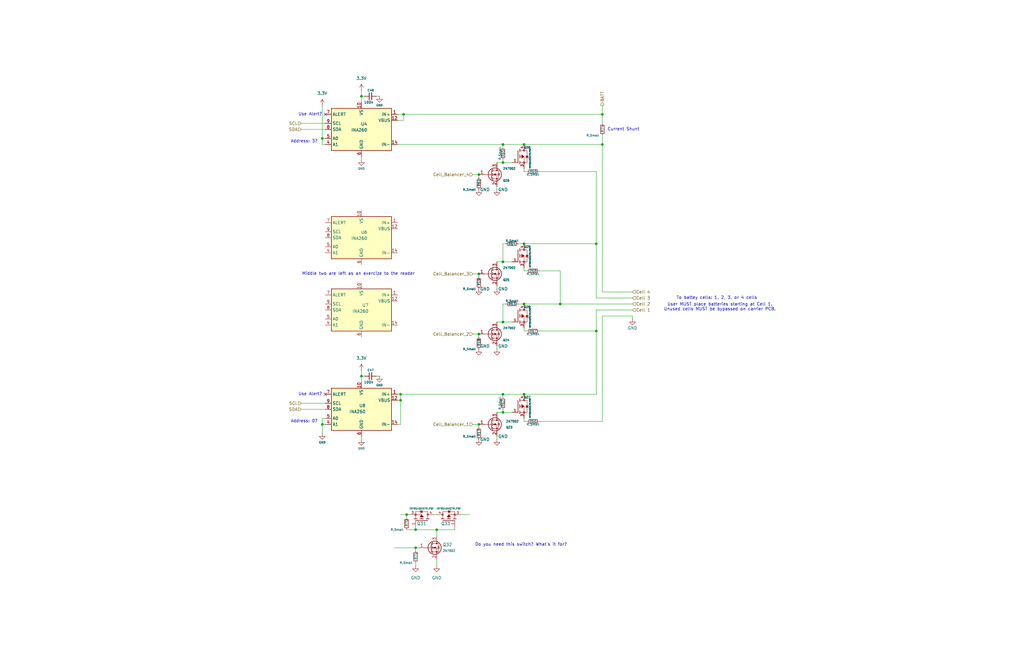
<source format=kicad_sch>
(kicad_sch (version 20250114) (generator "eeschema") (generator_version "9.0")
  (paper "B")
  (title_block (title "Battery Management System") (date "2025-04-20") (rev "0.0.3") (company "Portland State University") (comment 1 "Fernando Custodio, Tyler Tran") (comment 2 "Daniel Anishchenko, Cuauhtemoc Gomez, Cody Reid") (comment 3 "Capstone - Team #6"))
  (lib_symbols
    (symbol "Device:C_Small" (pin_numbers (hide yes)) (pin_names (offset 0.254) (hide yes))
      (property "Reference" "C" (at 0.254 1.778 0))
      (property "Value" "C_Small" (at 0.254 -2.032 0))
      (symbol "C_Small_0_1"
        (polyline (pts (xy -1.524 0.508) (xy 1.524 0.508)) (stroke (width 0.3048)))
        (polyline (pts (xy -1.524 -0.508) (xy 1.524 -0.508)) (stroke (width 0.3302)))
      )
      (symbol "C_Small_1_1"
        (pin passive line (at 0 2.54 270) (length 2.032) (name "~") (number "1"))
        (pin passive line (at 0 -2.54 90) (length 2.032) (name "~") (number "2"))
      )
    )
    (symbol "Device:R_Small" (pin_numbers (hide yes)) (pin_names (offset 0.254) (hide yes))
      (property "Reference" "R" (at 0 0 90))
      (property "Value" "R_Small" (at 1.778 0 90))
      (symbol "R_Small_0_1"
        (rectangle (start -0.762 1.778) (end 0.762 -1.778) (stroke (width 0.2032)))
      )
      (symbol "R_Small_1_1"
        (pin passive line (at 0 2.54 270) (length 0.762) (name "~") (number "1"))
        (pin passive line (at 0 -2.54 90) (length 0.762) (name "~") (number "2"))
      )
    )
    (symbol "INA260_1"
      (property "Reference" "U4" (at -2.54 2.286 0))
      (property "Value" "INA260" (at -2.54 -0.254 0))
      (symbol "INA260_1_0_1"
        (rectangle (start -12.7 8.89) (end 12.7 -8.89) (stroke (width 0.254)) (fill (type background)))
      )
      (symbol "INA260_1_1_1"
        (pin passive line (at -15.24 6.35 0) (length 2.54) (name "IN+") (number "1"))
        (pin passive line (at -15.24 3.81 0) (length 2.54) (name "VBUS") (number "12"))
        (pin passive line (at -15.24 -6.35 0) (length 2.54) (name "IN-") (number "14"))
        (pin power_in line (at 0 11.43 270) (length 2.54) (name "VS") (number "10"))
        (pin power_in line (at 0 -11.43 90) (length 2.54) (name "GND") (number "6"))
        (pin open_collector line (at 15.24 6.35 180) (length 2.54) (name "ALERT") (number "7"))
        (pin input line (at 15.24 2.54 180) (length 2.54) (name "SCL") (number "9"))
        (pin bidirectional line (at 15.24 0 180) (length 2.54) (name "SDA") (number "8"))
        (pin input line (at 15.24 -3.81 180) (length 2.54) (name "A0") (number "5"))
        (pin input line (at 15.24 -6.35 180) (length 2.54) (name "A1") (number "4"))
      )
    )
    (symbol "INA260_2"
      (property "Reference" "U8" (at 2.032 2.794 0))
      (property "Value" "INA260" (at 2.032 0.254 0))
      (symbol "INA260_2_0_1"
        (rectangle (start -8.89 10.16) (end 16.51 -7.62) (stroke (width 0.254)) (fill (type background)))
      )
      (symbol "INA260_2_1_1"
        (pin passive line (at -11.43 7.62 0) (length 2.54) (name "IN+") (number "1"))
        (pin passive line (at -11.43 5.08 0) (length 2.54) (name "VBUS") (number "12"))
        (pin passive line (at -11.43 -5.08 0) (length 2.54) (name "IN-") (number "14"))
        (pin power_in line (at 3.81 12.7 270) (length 2.54) (name "VS") (number "10"))
        (pin power_in line (at 3.81 -10.16 90) (length 2.54) (name "GND") (number "6"))
        (pin open_collector line (at 19.05 7.62 180) (length 2.54) (name "ALERT") (number "7"))
        (pin input line (at 19.05 3.81 180) (length 2.54) (name "SCL") (number "9"))
        (pin bidirectional line (at 19.05 1.27 180) (length 2.54) (name "SDA") (number "8"))
        (pin input line (at 19.05 -2.54 180) (length 2.54) (name "A0") (number "5"))
        (pin input line (at 19.05 -5.08 180) (length 2.54) (name "A1") (number "4"))
      )
    )
    (symbol "INA260_3"
      (property "Reference" "U7" (at -3.048 0.762 0))
      (property "Value" "INA260" (at -3.048 -1.778 0))
      (symbol "INA260_3_0_1"
        (rectangle (start -12.7 7.62) (end 12.7 -10.16) (stroke (width 0.254)) (fill (type background)))
      )
      (symbol "INA260_3_1_1"
        (pin passive line (at -15.24 5.08 0) (length 2.54) (name "IN+") (number "1"))
        (pin passive line (at -15.24 2.54 0) (length 2.54) (name "VBUS") (number "12"))
        (pin passive line (at -15.24 -7.62 0) (length 2.54) (name "IN-") (number "14"))
        (pin power_in line (at 0 10.16 270) (length 2.54) (name "VS") (number "10"))
        (pin power_in line (at 0 -12.7 90) (length 2.54) (name "GND") (number "6"))
        (pin open_collector line (at 15.24 5.08 180) (length 2.54) (name "ALERT") (number "7"))
        (pin input line (at 15.24 1.27 180) (length 2.54) (name "SCL") (number "9"))
        (pin bidirectional line (at 15.24 -1.27 180) (length 2.54) (name "SDA") (number "8"))
        (pin input line (at 15.24 -5.08 180) (length 2.54) (name "A0") (number "5"))
        (pin input line (at 15.24 -7.62 180) (length 2.54) (name "A1") (number "4"))
      )
    )
    (symbol "IRF9540NSTRLPBF:IRF9540NSTRLPBF" (pin_names (offset 1.016))
      (property "Reference" "Q" (at -8.89 3.81 0))
      (property "Value" "IRF9540NSTRLPBF" (at -8.89 -6.35 0))
      (symbol "IRF9540NSTRLPBF_0_0"
        (polyline (pts (xy 0 -2.54) (xy 0 2.54)) (stroke (width 0.254)))
        (polyline (pts (xy 0.762 2.54) (xy 0.762 3.175)) (stroke (width 0.254)))
        (polyline (pts (xy 0.762 1.905) (xy 0.762 2.54)) (stroke (width 0.254)))
        (polyline (pts (xy 0.762 0) (xy 0.762 0.762)) (stroke (width 0.254)))
        (polyline (pts (xy 0.762 0) (xy 2.54 0)) (stroke (width 0.1524)))
        (polyline (pts (xy 0.762 -0.762) (xy 0.762 0)) (stroke (width 0.254)))
        (polyline (pts (xy 0.762 -2.54) (xy 0.762 -1.905)) (stroke (width 0.254)))
        (polyline (pts (xy 0.762 -3.175) (xy 0.762 -2.54)) (stroke (width 0.254)))
        (polyline (pts (xy 2.54 2.54) (xy 0.762 2.54)) (stroke (width 0.1524)))
        (polyline (pts (xy 2.54 2.54) (xy 3.81 2.54)) (stroke (width 0.1524)))
        (circle (center 2.54 2.54) (radius 0.3592))
        (polyline (pts (xy 2.54 0) (xy 1.524 0.762) (xy 1.524 -0.762) (xy 2.54 0)) (stroke (width 0.1524)) (fill (type outline)))
        (polyline (pts (xy 2.54 -2.54) (xy 0.762 -2.54)) (stroke (width 0.1524)))
        (polyline (pts (xy 2.54 -2.54) (xy 2.54 0)) (stroke (width 0.1524)))
        (polyline (pts (xy 2.54 -2.54) (xy 3.81 -2.54)) (stroke (width 0.1524)))
        (circle (center 2.54 -2.54) (radius 0.3592))
        (polyline (pts (xy 3.302 -0.508) (xy 3.048 -0.254)) (stroke (width 0.1524)))
        (polyline (pts (xy 3.81 2.54) (xy 3.81 -0.508)) (stroke (width 0.1524)))
        (polyline (pts (xy 3.81 -0.508) (xy 3.302 -0.508)) (stroke (width 0.1524)))
        (polyline (pts (xy 3.81 -0.508) (xy 3.81 -2.54)) (stroke (width 0.1524)))
        (polyline (pts (xy 3.81 -0.508) (xy 3.302 0.254) (xy 4.318 0.254) (xy 3.81 -0.508)) (stroke (width 0.1524)) (fill (type outline)))
        (polyline (pts (xy 4.318 -0.508) (xy 3.81 -0.508)) (stroke (width 0.1524)))
        (polyline (pts (xy 4.572 -0.762) (xy 4.318 -0.508)) (stroke (width 0.1524)))
        (pin passive line (at -2.54 -2.54 0) (length 2.54) (name "~") (number "1"))
        (pin passive line (at 2.54 5.08 270) (length 2.54) (name "~") (number "4"))
        (pin passive line (at 2.54 -5.08 90) (length 2.54) (name "~") (number "3"))
      )
    )
    (symbol "Sensor:INA260"
      (property "Reference" "U6" (at -2.54 2.286 0))
      (property "Value" "INA260" (at -2.54 -0.254 0))
      (symbol "INA260_0_1"
        (rectangle (start -12.7 8.89) (end 12.7 -8.89) (stroke (width 0.254)) (fill (type background)))
      )
      (symbol "INA260_1_1"
        (pin passive line (at -15.24 6.35 0) (length 2.54) (name "IN+") (number "1"))
        (pin passive line (at -15.24 3.81 0) (length 2.54) (name "VBUS") (number "12"))
        (pin passive line (at -15.24 -6.35 0) (length 2.54) (name "IN-") (number "14"))
        (pin power_in line (at 0 11.43 270) (length 2.54) (name "VS") (number "10"))
        (pin power_in line (at 0 -11.43 90) (length 2.54) (name "GND") (number "6"))
        (pin open_collector line (at 15.24 6.35 180) (length 2.54) (name "ALERT") (number "7"))
        (pin input line (at 15.24 2.54 180) (length 2.54) (name "SCL") (number "9"))
        (pin bidirectional line (at 15.24 0 180) (length 2.54) (name "SDA") (number "8"))
        (pin input line (at 15.24 -3.81 180) (length 2.54) (name "A0") (number "5"))
        (pin input line (at 15.24 -6.35 180) (length 2.54) (name "A1") (number "4"))
      )
    )
    (symbol "Transistor_FET:2N7002" (pin_names (hide yes))
      (property "Reference" "Q" (at 5.08 1.905 0))
      (property "Value" "2N7002" (at 5.08 0 0))
      (symbol "2N7002_0_1"
        (polyline (pts (xy 0.254 1.905) (xy 0.254 -1.905)) (stroke (width 0.254)))
        (polyline (pts (xy 0.254 0) (xy -2.54 0)))
        (polyline (pts (xy 0.762 2.286) (xy 0.762 1.27)) (stroke (width 0.254)))
        (polyline (pts (xy 0.762 0.508) (xy 0.762 -0.508)) (stroke (width 0.254)))
        (polyline (pts (xy 0.762 -1.27) (xy 0.762 -2.286)) (stroke (width 0.254)))
        (polyline (pts (xy 0.762 -1.778) (xy 3.302 -1.778) (xy 3.302 1.778) (xy 0.762 1.778)))
        (polyline (pts (xy 1.016 0) (xy 2.032 0.381) (xy 2.032 -0.381) (xy 1.016 0)) (fill (type outline)))
        (circle (center 1.651 0) (radius 2.794) (stroke (width 0.254)))
        (polyline (pts (xy 2.54 2.54) (xy 2.54 1.778)))
        (circle (center 2.54 1.778) (radius 0.254) (fill (type outline)))
        (circle (center 2.54 -1.778) (radius 0.254) (fill (type outline)))
        (polyline (pts (xy 2.54 -2.54) (xy 2.54 0) (xy 0.762 0)))
        (polyline (pts (xy 2.794 0.508) (xy 2.921 0.381) (xy 3.683 0.381) (xy 3.81 0.254)))
        (polyline (pts (xy 3.302 0.381) (xy 2.921 -0.254) (xy 3.683 -0.254) (xy 3.302 0.381)))
      )
      (symbol "2N7002_1_1"
        (pin input line (at -5.08 0 0) (length 2.54) (name "G") (number "1"))
        (pin passive line (at 2.54 5.08 270) (length 2.54) (name "D") (number "3"))
        (pin passive line (at 2.54 -5.08 90) (length 2.54) (name "S") (number "2"))
      )
    )
    (symbol "power:GND" (power) (pin_numbers (hide yes)) (pin_names (offset 0) (hide yes))
      (property "Value" "GND" (at 0 -3.81 0))
      (symbol "GND_0_1"
        (polyline (pts (xy 0 0) (xy 0 -1.27) (xy 1.27 -1.27) (xy 0 -2.54) (xy -1.27 -1.27) (xy 0 -1.27)))
      )
      (symbol "GND_1_1"
        (pin power_in line (at 0 0 270) (length 0) (name "~") (number "1"))
      )
    )
    (symbol "power:VCC" (power) (pin_numbers (hide yes)) (pin_names (offset 0) (hide yes))
      (property "Value" "VCC" (at 0 3.556 0))
      (symbol "VCC_0_1"
        (polyline (pts (xy -0.762 1.27) (xy 0 2.54)))
        (polyline (pts (xy 0 2.54) (xy 0.762 1.27)))
        (polyline (pts (xy 0 0) (xy 0 2.54)))
      )
      (symbol "VCC_1_1"
        (pin power_in line (at 0 0 90) (length 0) (name "~") (number "1"))
      )
    )
  )
  (text "Address: 0?" (at 128.27 177.8 0) (effects (font (size 1.27 1.27))))
  (text "Use Alert?" (at 130.81 48.26 0) (effects (font (size 1.27 1.27))))
  (text "Use Alert?" (at 130.81 166.37 0) (effects (font (size 1.27 1.27))))
  (text "To battey cells: 1, 2, 3, or 4 cells" (at 302.26 125.73 0) (effects (font (size 1.27 1.27))))
  (text "Current Shunt" (at 262.89 54.61 0) (effects (font (size 1.27 1.27))))
  (text "Do you need this switch? What's it for?" (at 219.71 229.87 0) (effects (font (size 1.27 1.27))))
  (text "Address: 3?" (at 128.27 59.69 0) (effects (font (size 1.27 1.27))))
  (text "User MUST place batteries starting at Cell 1.\nUnused cells MUST be bypassed on carrier PCB.\n" (at 303.53 129.54 0) (effects (font (size 1.27 1.27))))
  (text "Middle two are left as an exercize to the reader" (at 151.13 115.57 0) (effects (font (size 1.27 1.27))))
  (junction (at 170.18 48.26))
  (junction (at 220.98 102.87))
  (junction (at 171.45 217.17))
  (junction (at 212.09 60.96))
  (junction (at 201.93 73.66))
  (junction (at 152.4 40.64))
  (junction (at 175.26 223.52))
  (junction (at 220.98 166.37))
  (junction (at 201.93 115.57))
  (junction (at 220.98 128.27))
  (junction (at 135.89 58.42))
  (junction (at 254 48.26))
  (junction (at 254 60.96))
  (junction (at 212.09 110.49))
  (junction (at 251.46 139.7))
  (junction (at 212.09 166.37))
  (junction (at 168.91 168.91))
  (junction (at 152.4 158.75))
  (junction (at 201.93 179.07))
  (junction (at 175.26 231.14))
  (junction (at 212.09 135.89))
  (junction (at 201.93 140.97))
  (junction (at 212.09 173.99))
  (junction (at 212.09 68.58))
  (junction (at 184.15 223.52))
  (junction (at 135.89 179.07))
  (junction (at 168.91 166.37))
  (junction (at 220.98 60.96))
  (junction (at 236.22 128.27))
  (junction (at 251.46 102.87))
  (no_connect (at 137.16 48.26))
  (no_connect (at 137.16 166.37))
  (wire (pts (xy 167.64 50.8) (xy 170.18 50.8)))
  (wire (pts (xy 135.89 179.07) (xy 135.89 182.88)))
  (wire (pts (xy 220.98 139.7) (xy 222.25 139.7)))
  (wire (pts (xy 209.55 120.65) (xy 209.55 121.92)))
  (wire (pts (xy 212.09 67.31) (xy 212.09 68.58)))
  (wire (pts (xy 254 44.45) (xy 254 48.26)))
  (wire (pts (xy 209.55 184.15) (xy 209.55 185.42)))
  (wire (pts (xy 152.4 156.21) (xy 152.4 158.75)))
  (wire (pts (xy 215.9 68.58) (xy 212.09 68.58)))
  (wire (pts (xy 167.64 48.26) (xy 170.18 48.26)))
  (wire (pts (xy 166.37 231.14) (xy 175.26 231.14)))
  (wire (pts (xy 152.4 40.64) (xy 152.4 43.18)))
  (wire (pts (xy 127 54.61) (xy 137.16 54.61)))
  (wire (pts (xy 152.4 185.42) (xy 152.4 184.15)))
  (wire (pts (xy 212.09 60.96) (xy 212.09 62.23)))
  (wire (pts (xy 152.4 158.75) (xy 152.4 161.29)))
  (wire (pts (xy 236.22 128.27) (xy 266.7 128.27)))
  (wire (pts (xy 167.64 179.07) (xy 168.91 179.07)))
  (wire (pts (xy 236.22 114.3) (xy 236.22 128.27)))
  (wire (pts (xy 254 123.19) (xy 266.7 123.19)))
  (wire (pts (xy 168.91 168.91) (xy 168.91 166.37)))
  (wire (pts (xy 227.33 72.39) (xy 251.46 72.39)))
  (wire (pts (xy 251.46 139.7) (xy 251.46 130.81)))
  (wire (pts (xy 168.91 166.37) (xy 212.09 166.37)))
  (wire (pts (xy 135.89 58.42) (xy 135.89 60.96)))
  (wire (pts (xy 168.91 217.17) (xy 171.45 217.17)))
  (wire (pts (xy 220.98 128.27) (xy 236.22 128.27)))
  (wire (pts (xy 251.46 130.81) (xy 266.7 130.81)))
  (wire (pts (xy 175.26 223.52) (xy 184.15 223.52)))
  (wire (pts (xy 199.39 73.66) (xy 201.93 73.66)))
  (wire (pts (xy 220.98 176.53) (xy 220.98 177.8)))
  (wire (pts (xy 199.39 115.57) (xy 201.93 115.57)))
  (wire (pts (xy 254 133.35) (xy 266.7 133.35)))
  (wire (pts (xy 220.98 128.27) (xy 218.44 128.27)))
  (wire (pts (xy 127 172.72) (xy 137.16 172.72)))
  (wire (pts (xy 201.93 179.07) (xy 201.93 180.34)))
  (wire (pts (xy 201.93 115.57) (xy 201.93 116.84)))
  (wire (pts (xy 209.55 68.58) (xy 212.09 68.58)))
  (wire (pts (xy 167.64 166.37) (xy 168.91 166.37)))
  (wire (pts (xy 212.09 166.37) (xy 212.09 167.64)))
  (wire (pts (xy 254 57.15) (xy 254 60.96)))
  (wire (pts (xy 251.46 125.73) (xy 266.7 125.73)))
  (wire (pts (xy 152.4 38.1) (xy 152.4 40.64)))
  (wire (pts (xy 220.98 60.96) (xy 254 60.96)))
  (wire (pts (xy 137.16 176.53) (xy 135.89 176.53)))
  (wire (pts (xy 158.75 158.75) (xy 160.02 158.75)))
  (wire (pts (xy 184.15 236.22) (xy 184.15 238.76)))
  (wire (pts (xy 201.93 73.66) (xy 201.93 74.93)))
  (wire (pts (xy 254 60.96) (xy 254 123.19)))
  (wire (pts (xy 167.64 168.91) (xy 168.91 168.91)))
  (wire (pts (xy 251.46 72.39) (xy 251.46 102.87)))
  (wire (pts (xy 266.7 133.35) (xy 266.7 134.62)))
  (wire (pts (xy 135.89 60.96) (xy 137.16 60.96)))
  (wire (pts (xy 220.98 177.8) (xy 222.25 177.8)))
  (wire (pts (xy 201.93 140.97) (xy 201.93 142.24)))
  (wire (pts (xy 184.15 223.52) (xy 184.15 226.06)))
  (wire (pts (xy 171.45 217.17) (xy 171.45 218.44)))
  (wire (pts (xy 137.16 58.42) (xy 135.89 58.42)))
  (wire (pts (xy 212.09 166.37) (xy 220.98 166.37)))
  (wire (pts (xy 209.55 146.05) (xy 209.55 147.32)))
  (wire (pts (xy 251.46 139.7) (xy 251.46 166.37)))
  (wire (pts (xy 191.77 223.52) (xy 191.77 222.25)))
  (wire (pts (xy 220.98 72.39) (xy 222.25 72.39)))
  (wire (pts (xy 212.09 102.87) (xy 212.09 110.49)))
  (wire (pts (xy 170.18 50.8) (xy 170.18 48.26)))
  (wire (pts (xy 135.89 176.53) (xy 135.89 179.07)))
  (wire (pts (xy 152.4 158.75) (xy 153.67 158.75)))
  (wire (pts (xy 167.64 60.96) (xy 212.09 60.96)))
  (wire (pts (xy 175.26 222.25) (xy 175.26 223.52)))
  (wire (pts (xy 135.89 179.07) (xy 137.16 179.07)))
  (wire (pts (xy 220.98 102.87) (xy 251.46 102.87)))
  (wire (pts (xy 194.31 217.17) (xy 198.12 217.17)))
  (wire (pts (xy 213.36 128.27) (xy 212.09 128.27)))
  (wire (pts (xy 127 170.18) (xy 137.16 170.18)))
  (wire (pts (xy 199.39 140.97) (xy 201.93 140.97)))
  (wire (pts (xy 251.46 102.87) (xy 251.46 125.73)))
  (wire (pts (xy 227.33 114.3) (xy 236.22 114.3)))
  (wire (pts (xy 213.36 102.87) (xy 212.09 102.87)))
  (wire (pts (xy 220.98 114.3) (xy 222.25 114.3)))
  (wire (pts (xy 209.55 135.89) (xy 212.09 135.89)))
  (wire (pts (xy 212.09 172.72) (xy 212.09 173.99)))
  (wire (pts (xy 127 52.07) (xy 137.16 52.07)))
  (wire (pts (xy 209.55 173.99) (xy 212.09 173.99)))
  (wire (pts (xy 254 177.8) (xy 254 133.35)))
  (wire (pts (xy 175.26 232.41) (xy 175.26 231.14)))
  (wire (pts (xy 215.9 110.49) (xy 212.09 110.49)))
  (wire (pts (xy 212.09 60.96) (xy 220.98 60.96)))
  (wire (pts (xy 215.9 135.89) (xy 212.09 135.89)))
  (wire (pts (xy 135.89 44.45) (xy 135.89 58.42)))
  (wire (pts (xy 175.26 231.14) (xy 176.53 231.14)))
  (wire (pts (xy 220.98 166.37) (xy 251.46 166.37)))
  (wire (pts (xy 171.45 223.52) (xy 175.26 223.52)))
  (wire (pts (xy 175.26 237.49) (xy 175.26 238.76)))
  (wire (pts (xy 152.4 40.64) (xy 153.67 40.64)))
  (wire (pts (xy 168.91 179.07) (xy 168.91 168.91)))
  (wire (pts (xy 209.55 78.74) (xy 209.55 80.01)))
  (wire (pts (xy 220.98 138.43) (xy 220.98 139.7)))
  (wire (pts (xy 199.39 179.07) (xy 201.93 179.07)))
  (wire (pts (xy 220.98 102.87) (xy 218.44 102.87)))
  (wire (pts (xy 209.55 110.49) (xy 212.09 110.49)))
  (wire (pts (xy 152.4 67.31) (xy 152.4 66.04)))
  (wire (pts (xy 220.98 71.12) (xy 220.98 72.39)))
  (wire (pts (xy 220.98 113.03) (xy 220.98 114.3)))
  (wire (pts (xy 182.88 217.17) (xy 184.15 217.17)))
  (wire (pts (xy 254 48.26) (xy 254 52.07)))
  (wire (pts (xy 170.18 48.26) (xy 254 48.26)))
  (wire (pts (xy 227.33 177.8) (xy 254 177.8)))
  (wire (pts (xy 212.09 128.27) (xy 212.09 135.89)))
  (wire (pts (xy 227.33 139.7) (xy 251.46 139.7)))
  (wire (pts (xy 215.9 173.99) (xy 212.09 173.99)))
  (wire (pts (xy 171.45 217.17) (xy 172.72 217.17)))
  (wire (pts (xy 184.15 223.52) (xy 191.77 223.52)))
  (wire (pts (xy 158.75 40.64) (xy 160.02 40.64)))
  (hierarchical_label "Cell_Balancer_4" (shape input) (at 199.39 73.66 180))
  (hierarchical_label "Cell 3" (shape input) (at 266.7 125.73 0))
  (hierarchical_label "SCL" (shape input) (at 127 170.18 180))
  (hierarchical_label "SDA" (shape input) (at 127 172.72 180))
  (hierarchical_label "SCL" (shape input) (at 127 52.07 180))
  (hierarchical_label "BATT" (shape output) (at 254 44.45 90))
  (hierarchical_label "Cell_Balancer_3" (shape input) (at 199.39 115.57 180))
  (hierarchical_label "Cell_Balancer_2" (shape input) (at 199.39 140.97 180))
  (hierarchical_label "Cell 2" (shape input) (at 266.7 128.27 0))
  (hierarchical_label "Cell 1" (shape input) (at 266.7 130.81 0))
  (hierarchical_label "Cell_Balancer_1" (shape input) (at 199.39 179.07 180))
  (hierarchical_label "Cell 4" (shape input) (at 266.7 123.19 0))
  (hierarchical_label "SDA" (shape input) (at 127 54.61 180))
  (symbol (lib_id "IRF9540NSTRLPBF:IRF9540NSTRLPBF") (at 218.44 107.95 0) (unit 1)
    (property "Reference" "Q29" (at 220.98 104.14 0) (effects (font (size 0.889 0.889)) (justify left)))
    (property "Value" "IRF9540NSTRLPBF" (at 223.52 113.03 90) (effects (font (size 0.635 0.635)) (justify left)))
    (property "Footprint" "IRF9540NSTRLPBF:DPAK254P1524X483-4_3N" (effects (hide yes)))
    (property "PARTREV" "09/30/05" (effects (hide yes)))
    (property "STANDARD" "IPC-7351B" (effects (hide yes)))
    (property "MAXIMUM_PACKAGE_HEIGHT" "4.83 mm" (effects (hide yes)))
    (property "MANUFACTURER" "Infineon" (effects (hide yes)))
  )
  (symbol (lib_name "INA260_3") (lib_id "Sensor:INA260") (at 152.4 129.54 0) (mirror y) (unit 1)
    (property "Reference" "U7" (at 155.448 128.778 0) (effects (justify left)))
    (property "Value" "INA260" (at 155.448 131.318 0) (effects (justify left)))
    (property "Footprint" "Package_SO:TSSOP-16_4.4x5mm_P0.65mm" (effects (hide yes)))
    (property "Datasheet" "http://www.ti.com/lit/ds/symlink/ina260.pdf" (effects (hide yes)))
    (property "Description" "Current/power/voltage monitor with Integrated 2mΩ Shunt Resistor, 2.7V - 5.5V, I2C, TSSOP-16" (effects (hide yes)))
  )
  (symbol (lib_id "IRF9540NSTRLPBF:IRF9540NSTRLPBF") (at 218.44 171.45 0) (unit 1)
    (property "Reference" "Q27" (at 220.98 167.64 0) (effects (font (size 0.889 0.889)) (justify left)))
    (property "Value" "IRF9540NSTRLPBF" (at 223.52 176.53 90) (effects (font (size 0.635 0.635)) (justify left)))
    (property "Footprint" "IRF9540NSTRLPBF:DPAK254P1524X483-4_3N" (effects (hide yes)))
    (property "PARTREV" "09/30/05" (effects (hide yes)))
    (property "STANDARD" "IPC-7351B" (effects (hide yes)))
    (property "MAXIMUM_PACKAGE_HEIGHT" "4.83 mm" (effects (hide yes)))
    (property "MANUFACTURER" "Infineon" (effects (hide yes)))
  )
  (symbol (lib_id "power:VCC") (at 152.4 38.1 0) (unit 1)
    (property "Reference" "#PWR027" (effects (hide yes)))
    (property "Value" "3.3V" (at 152.4 33.02 0))
    (property "Description" "Power symbol creates a global label with name \"VCC\"" (effects (hide yes)))
  )
  (symbol (lib_id "power:GND") (at 160.02 40.64 0) (unit 1)
    (property "Reference" "#PWR081" (effects (hide yes)))
    (property "Value" "GND" (at 160.02 44.45 0) (effects (font (size 0.889 0.889))))
    (property "Description" "Power symbol creates a global label with name \"GND\" , ground" (effects (hide yes)))
  )
  (symbol (lib_id "power:GND") (at 209.55 80.01 0) (mirror y) (unit 1)
    (property "Reference" "#PWR023" (effects (hide yes)))
    (property "Value" "GND" (at 212.09 80.01 0))
    (property "Description" "Power symbol creates a global label with name \"GND\" , ground" (effects (hide yes)))
  )
  (symbol (lib_id "Transistor_FET:2N7002") (at 207.01 179.07 0) (unit 1)
    (property "Reference" "Q23" (at 213.36 180.3401 0) (effects (font (size 0.889 0.889)) (justify left)))
    (property "Value" "2N7002" (at 213.36 177.8001 0) (effects (font (size 0.889 0.889)) (justify left)))
    (property "Footprint" "Package_TO_SOT_SMD:SOT-23" (effects (hide yes)))
    (property "Datasheet" "https://www.onsemi.com/pub/Collateral/NDS7002A-D.PDF" (effects (hide yes)))
    (property "Description" "0.115A Id, 60V Vds, N-Channel MOSFET, SOT-23" (effects (hide yes)))
  )
  (symbol (lib_id "power:GND") (at 201.93 185.42 0) (mirror y) (unit 1)
    (property "Reference" "#PWR013" (effects (hide yes)))
    (property "Value" "GND" (at 204.47 185.42 0))
    (property "Description" "Power symbol creates a global label with name \"GND\" , ground" (effects (hide yes)))
  )
  (symbol (lib_id "power:GND") (at 152.4 185.42 0) (mirror y) (unit 1)
    (property "Reference" "#PWR071" (effects (hide yes)))
    (property "Value" "GND" (at 152.4 189.23 0) (effects (font (size 0.889 0.889))))
    (property "Description" "Power symbol creates a global label with name \"GND\" , ground" (effects (hide yes)))
  )
  (symbol (lib_id "power:GND") (at 266.7 134.62 0) (mirror y) (unit 1)
    (property "Reference" "#PWR025" (effects (hide yes)))
    (property "Value" "GND" (at 266.7 138.43 0))
    (property "Description" "Power symbol creates a global label with name \"GND\" , ground" (effects (hide yes)))
  )
  (symbol (lib_id "Device:R_Small") (at 224.79 139.7 90) (unit 1)
    (property "Reference" "R67" (at 224.79 139.7 90) (effects (font (size 1.016 1.016))))
    (property "Value" "R_Small" (at 224.79 140.97 90) (effects (font (size 0.889 0.889))))
    (property "Description" "Resistor, small symbol" (effects (hide yes)))
  )
  (symbol (lib_id "power:GND") (at 209.55 147.32 0) (mirror y) (unit 1)
    (property "Reference" "#PWR019" (effects (hide yes)))
    (property "Value" "GND" (at 212.09 146.05 0))
    (property "Description" "Power symbol creates a global label with name \"GND\" , ground" (effects (hide yes)))
  )
  (symbol (lib_id "Device:R_Small") (at 171.45 220.98 0) (mirror x) (unit 1)
    (property "Reference" "R70" (at 171.45 222.25 90) (effects (font (size 1.016 1.016)) (justify right)))
    (property "Value" "R_Small" (at 170.18 223.52 0) (effects (font (size 0.889 0.889)) (justify right)))
    (property "Description" "Resistor, small symbol" (effects (hide yes)))
  )
  (symbol (lib_id "Device:R_Small") (at 212.09 64.77 0) (mirror y) (unit 1)
    (property "Reference" "R65" (at 212.09 64.77 90) (effects (font (size 1.016 1.016))))
    (property "Value" "R_Small" (at 210.82 64.77 90) (effects (font (size 0.889 0.889))))
    (property "Description" "Resistor, small symbol" (effects (hide yes)))
  )
  (symbol (lib_id "Device:R_Small") (at 175.26 234.95 0) (mirror x) (unit 1)
    (property "Reference" "R71" (at 175.26 236.22 90) (effects (font (size 1.016 1.016)) (justify right)))
    (property "Value" "R_Small" (at 173.99 237.49 0) (effects (font (size 0.889 0.889)) (justify right)))
    (property "Footprint" "Resistor_SMD:R_0201_0603Metric" (effects (hide yes)))
    (property "Description" "Resistor, small symbol" (effects (hide yes)))
  )
  (symbol (lib_id "power:GND") (at 201.93 80.01 0) (mirror y) (unit 1)
    (property "Reference" "#PWR017" (effects (hide yes)))
    (property "Value" "GND" (at 204.47 80.01 0))
    (property "Description" "Power symbol creates a global label with name \"GND\" , ground" (effects (hide yes)))
  )
  (symbol (lib_id "power:GND") (at 201.93 121.92 0) (mirror y) (unit 1)
    (property "Reference" "#PWR016" (effects (hide yes)))
    (property "Value" "GND" (at 204.47 121.92 0))
    (property "Description" "Power symbol creates a global label with name \"GND\" , ground" (effects (hide yes)))
  )
  (symbol (lib_id "Device:R_Small") (at 254 54.61 0) (mirror x) (unit 1)
    (property "Reference" "R74" (at 254 55.88 90) (effects (font (size 1.016 1.016)) (justify right)))
    (property "Value" "R_Small" (at 252.73 57.15 0) (effects (font (size 0.889 0.889)) (justify right)))
    (property "Footprint" "Resistor_SMD:R_0201_0603Metric" (effects (hide yes)))
    (property "Description" "Resistor, small symbol" (effects (hide yes)))
  )
  (symbol (lib_id "Device:R_Small") (at 201.93 182.88 0) (mirror x) (unit 1)
    (property "Reference" "R17" (at 201.93 184.15 90) (effects (font (size 1.016 1.016)) (justify right)))
    (property "Value" "R_Small" (at 200.66 184.15 0) (effects (font (size 0.889 0.889)) (justify right)))
    (property "Footprint" "Resistor_SMD:R_0201_0603Metric" (effects (hide yes)))
    (property "Description" "Resistor, small symbol" (effects (hide yes)))
  )
  (symbol (lib_id "IRF9540NSTRLPBF:IRF9540NSTRLPBF") (at 218.44 66.04 0) (unit 1)
    (property "Reference" "Q30" (at 220.98 62.23 0) (effects (font (size 0.889 0.889)) (justify left)))
    (property "Value" "IRF9540NSTRLPBF" (at 223.52 71.12 90) (effects (font (size 0.635 0.635)) (justify left)))
    (property "Footprint" "IRF9540NSTRLPBF:DPAK254P1524X483-4_3N" (effects (hide yes)))
    (property "PARTREV" "09/30/05" (effects (hide yes)))
    (property "STANDARD" "IPC-7351B" (effects (hide yes)))
    (property "MAXIMUM_PACKAGE_HEIGHT" "4.83 mm" (effects (hide yes)))
    (property "MANUFACTURER" "Infineon" (effects (hide yes)))
  )
  (symbol (lib_id "power:GND") (at 209.55 185.42 0) (mirror y) (unit 1)
    (property "Reference" "#PWR018" (effects (hide yes)))
    (property "Value" "GND" (at 212.09 184.15 0))
    (property "Description" "Power symbol creates a global label with name \"GND\" , ground" (effects (hide yes)))
  )
  (symbol (lib_id "power:VCC") (at 152.4 156.21 0) (unit 1)
    (property "Reference" "#PWR026" (effects (hide yes)))
    (property "Value" "3.3V" (at 152.4 151.13 0))
    (property "Description" "Power symbol creates a global label with name \"VCC\"" (effects (hide yes)))
  )
  (symbol (lib_name "INA260_1") (lib_id "Sensor:INA260") (at 152.4 54.61 0) (mirror y) (unit 1)
    (property "Reference" "U4" (at 154.94 52.324 0) (effects (justify left)))
    (property "Value" "INA260" (at 154.94 54.864 0) (effects (justify left)))
    (property "Footprint" "Package_SO:TSSOP-16_4.4x5mm_P0.65mm" (effects (hide yes)))
    (property "Datasheet" "http://www.ti.com/lit/ds/symlink/ina260.pdf" (effects (hide yes)))
    (property "Description" "Current/power/voltage monitor with Integrated 2mΩ Shunt Resistor, 2.7V - 5.5V, I2C, TSSOP-16" (effects (hide yes)))
  )
  (symbol (lib_id "Device:C_Small") (at 156.21 158.75 90) (mirror x) (unit 1)
    (property "Reference" "C47" (at 154.94 156.21 90) (effects (font (size 0.889 0.889)) (justify right)))
    (property "Value" "100n" (at 157.48 161.29 90) (effects (font (size 1.016 1.016)) (justify left)))
    (property "Footprint" "Capacitor_SMD:C_0201_0603Metric" (effects (hide yes)))
    (property "Description" "Unpolarized capacitor, small symbol" (effects (hide yes)))
  )
  (symbol (lib_id "Device:R_Small") (at 201.93 77.47 0) (mirror x) (unit 1)
    (property "Reference" "R61" (at 201.93 78.74 90) (effects (font (size 1.016 1.016)) (justify right)))
    (property "Value" "R_Small" (at 200.66 80.01 0) (effects (font (size 0.889 0.889)) (justify right)))
    (property "Footprint" "Resistor_SMD:R_0201_0603Metric" (effects (hide yes)))
    (property "Description" "Resistor, small symbol" (effects (hide yes)))
  )
  (symbol (lib_id "power:GND") (at 160.02 158.75 0) (unit 1)
    (property "Reference" "#PWR079" (effects (hide yes)))
    (property "Value" "GND" (at 160.02 162.56 0) (effects (font (size 0.889 0.889))))
    (property "Description" "Power symbol creates a global label with name \"GND\" , ground" (effects (hide yes)))
  )
  (symbol (lib_id "power:GND") (at 175.26 238.76 0) (unit 1)
    (property "Reference" "#PWR024" (effects (hide yes)))
    (property "Value" "GND" (at 175.26 243.84 0))
    (property "Description" "Power symbol creates a global label with name \"GND\" , ground" (effects (hide yes)))
  )
  (symbol (lib_id "Device:R_Small") (at 201.93 144.78 0) (mirror x) (unit 1)
    (property "Reference" "R18" (at 201.93 146.05 90) (effects (font (size 1.016 1.016)) (justify right)))
    (property "Value" "R_Small" (at 200.66 147.32 0) (effects (font (size 0.889 0.889)) (justify right)))
    (property "Footprint" "Resistor_SMD:R_0201_0603Metric" (effects (hide yes)))
    (property "Description" "Resistor, small symbol" (effects (hide yes)))
  )
  (symbol (lib_id "Device:R_Small") (at 224.79 72.39 90) (unit 1)
    (property "Reference" "R69" (at 224.79 72.39 90) (effects (font (size 1.016 1.016))))
    (property "Value" "R_Small" (at 224.79 73.66 90) (effects (font (size 0.889 0.889))))
    (property "Description" "Resistor, small symbol" (effects (hide yes)))
  )
  (symbol (lib_id "Device:R_Small") (at 224.79 177.8 90) (unit 1)
    (property "Reference" "R66" (at 224.79 177.8 90) (effects (font (size 1.016 1.016))))
    (property "Value" "R_Small" (at 224.79 179.07 90) (effects (font (size 0.889 0.889))))
    (property "Description" "Resistor, small symbol" (effects (hide yes)))
  )
  (symbol (lib_id "Device:R_Small") (at 215.9 102.87 270) (mirror x) (unit 1)
    (property "Reference" "R64" (at 215.9 102.87 90) (effects (font (size 1.016 1.016))))
    (property "Value" "R_Small" (at 215.9 101.6 90) (effects (font (size 0.889 0.889))))
    (property "Description" "Resistor, small symbol" (effects (hide yes)))
  )
  (symbol (lib_id "power:GND") (at 201.93 147.32 0) (mirror y) (unit 1)
    (property "Reference" "#PWR015" (effects (hide yes)))
    (property "Value" "GND" (at 204.47 146.05 0))
    (property "Description" "Power symbol creates a global label with name \"GND\" , ground" (effects (hide yes)))
  )
  (symbol (lib_id "Transistor_FET:2N7002") (at 207.01 140.97 0) (unit 1)
    (property "Reference" "Q24" (at 212.09 143.51 0) (effects (font (size 0.889 0.889)) (justify left)))
    (property "Value" "2N7002" (at 212.09 138.43 0) (effects (font (size 0.889 0.889)) (justify left)))
    (property "Footprint" "Package_TO_SOT_SMD:SOT-23" (effects (hide yes)))
    (property "Datasheet" "https://www.onsemi.com/pub/Collateral/NDS7002A-D.PDF" (effects (hide yes)))
    (property "Description" "0.115A Id, 60V Vds, N-Channel MOSFET, SOT-23" (effects (hide yes)))
  )
  (symbol (lib_id "Device:R_Small") (at 212.09 170.18 0) (mirror y) (unit 1)
    (property "Reference" "R62" (at 212.09 170.18 90) (effects (font (size 1.016 1.016))))
    (property "Value" "R_Small" (at 210.82 170.18 90) (effects (font (size 0.889 0.889))))
    (property "Description" "Resistor, small symbol" (effects (hide yes)))
  )
  (symbol (lib_id "Transistor_FET:2N7002") (at 207.01 73.66 0) (unit 1)
    (property "Reference" "Q26" (at 212.09 76.2 0) (effects (font (size 0.889 0.889)) (justify left)))
    (property "Value" "2N7002" (at 212.09 71.12 0) (effects (font (size 0.889 0.889)) (justify left)))
    (property "Footprint" "Package_TO_SOT_SMD:SOT-23" (effects (hide yes)))
    (property "Datasheet" "https://www.onsemi.com/pub/Collateral/NDS7002A-D.PDF" (effects (hide yes)))
    (property "Description" "0.115A Id, 60V Vds, N-Channel MOSFET, SOT-23" (effects (hide yes)))
  )
  (symbol (lib_id "Transistor_FET:2N7002") (at 207.01 115.57 0) (unit 1)
    (property "Reference" "Q25" (at 212.09 118.11 0) (effects (font (size 0.889 0.889)) (justify left)))
    (property "Value" "2N7002" (at 212.09 113.03 0) (effects (font (size 0.889 0.889)) (justify left)))
    (property "Footprint" "Package_TO_SOT_SMD:SOT-23" (effects (hide yes)))
    (property "Datasheet" "https://www.onsemi.com/pub/Collateral/NDS7002A-D.PDF" (effects (hide yes)))
    (property "Description" "0.115A Id, 60V Vds, N-Channel MOSFET, SOT-23" (effects (hide yes)))
  )
  (symbol (lib_id "IRF9540NSTRLPBF:IRF9540NSTRLPBF") (at 177.8 219.71 270) (mirror x) (unit 1)
    (property "Reference" "Q31" (at 177.8 220.98 90))
    (property "Value" "IRF9540NSTRLPBF" (at 177.8 214.63 90) (effects (font (size 0.762 0.762))))
    (property "Footprint" "IRF9540NSTRLPBF:DPAK254P1524X483-4_3N" (effects (hide yes)))
    (property "PARTREV" "09/30/05" (effects (hide yes)))
    (property "STANDARD" "IPC-7351B" (effects (hide yes)))
    (property "MAXIMUM_PACKAGE_HEIGHT" "4.83 mm" (effects (hide yes)))
    (property "MANUFACTURER" "Infineon" (effects (hide yes)))
  )
  (symbol (lib_id "power:VCC") (at 135.89 44.45 0) (unit 1)
    (property "Reference" "#PWR028" (effects (hide yes)))
    (property "Value" "3.3V" (at 135.89 39.37 0))
    (property "Description" "Power symbol creates a global label with name \"VCC\"" (effects (hide yes)))
  )
  (symbol (lib_id "Transistor_FET:2N7002") (at 181.61 231.14 0) (unit 1)
    (property "Reference" "Q32" (at 186.69 229.87 0) (effects (justify left)))
    (property "Value" "2N7002" (at 186.69 232.41 0) (effects (font (size 0.889 0.889)) (justify left)))
    (property "Footprint" "Package_TO_SOT_SMD:SOT-23" (effects (hide yes)))
    (property "Datasheet" "https://www.onsemi.com/pub/Collateral/NDS7002A-D.PDF" (effects (hide yes)))
    (property "Description" "0.115A Id, 60V Vds, N-Channel MOSFET, SOT-23" (effects (hide yes)))
  )
  (symbol (lib_id "Device:C_Small") (at 156.21 40.64 90) (mirror x) (unit 1)
    (property "Reference" "C48" (at 154.94 38.1 90) (effects (font (size 0.889 0.889)) (justify right)))
    (property "Value" "100n" (at 157.48 43.18 90) (effects (font (size 1.016 1.016)) (justify left)))
    (property "Footprint" "Capacitor_SMD:C_0201_0603Metric" (effects (hide yes)))
    (property "Description" "Unpolarized capacitor, small symbol" (effects (hide yes)))
  )
  (symbol (lib_id "Device:R_Small") (at 224.79 114.3 90) (unit 1)
    (property "Reference" "R68" (at 224.79 114.3 90) (effects (font (size 1.016 1.016))))
    (property "Value" "R_Small" (at 224.79 115.57 90) (effects (font (size 0.889 0.889))))
    (property "Description" "Resistor, small symbol" (effects (hide yes)))
  )
  (symbol (lib_name "INA260_2") (lib_id "Sensor:INA260") (at 156.21 173.99 0) (mirror y) (unit 1)
    (property "Reference" "U8" (at 154.178 171.196 0) (effects (justify left)))
    (property "Value" "INA260" (at 154.178 173.736 0) (effects (justify left)))
    (property "Footprint" "Package_SO:TSSOP-16_4.4x5mm_P0.65mm" (effects (hide yes)))
    (property "Datasheet" "http://www.ti.com/lit/ds/symlink/ina260.pdf" (effects (hide yes)))
    (property "Description" "Current/power/voltage monitor with Integrated 2mΩ Shunt Resistor, 2.7V - 5.5V, I2C, TSSOP-16" (effects (hide yes)))
  )
  (symbol (lib_id "IRF9540NSTRLPBF:IRF9540NSTRLPBF") (at 218.44 133.35 0) (unit 1)
    (property "Reference" "Q28" (at 220.98 129.54 0) (effects (font (size 0.889 0.889)) (justify left)))
    (property "Value" "IRF9540NSTRLPBF" (at 223.52 138.43 90) (effects (font (size 0.635 0.635)) (justify left)))
    (property "Footprint" "IRF9540NSTRLPBF:DPAK254P1524X483-4_3N" (effects (hide yes)))
    (property "PARTREV" "09/30/05" (effects (hide yes)))
    (property "STANDARD" "IPC-7351B" (effects (hide yes)))
    (property "MAXIMUM_PACKAGE_HEIGHT" "4.83 mm" (effects (hide yes)))
    (property "MANUFACTURER" "Infineon" (effects (hide yes)))
  )
  (symbol (lib_id "power:GND") (at 135.89 182.88 0) (unit 1)
    (property "Reference" "#PWR075" (effects (hide yes)))
    (property "Value" "GND" (at 135.89 186.69 0) (effects (font (size 0.889 0.889))))
    (property "Description" "Power symbol creates a global label with name \"GND\" , ground" (effects (hide yes)))
  )
  (symbol (lib_id "power:GND") (at 184.15 238.76 0) (unit 1)
    (property "Reference" "#PWR057" (effects (hide yes)))
    (property "Value" "GND" (at 184.15 243.84 0))
    (property "Description" "Power symbol creates a global label with name \"GND\" , ground" (effects (hide yes)))
  )
  (symbol (lib_id "Device:R_Small") (at 215.9 128.27 270) (mirror x) (unit 1)
    (property "Reference" "R63" (at 215.9 128.27 90) (effects (font (size 1.016 1.016))))
    (property "Value" "R_Small" (at 215.9 127 90) (effects (font (size 0.889 0.889))))
    (property "Description" "Resistor, small symbol" (effects (hide yes)))
  )
  (symbol (lib_id "Sensor:INA260") (at 152.4 100.33 0) (mirror y) (unit 1)
    (property "Reference" "U6" (at 154.94 98.044 0) (effects (justify left)))
    (property "Value" "INA260" (at 154.94 100.584 0) (effects (justify left)))
    (property "Footprint" "Package_SO:TSSOP-16_4.4x5mm_P0.65mm" (effects (hide yes)))
    (property "Datasheet" "http://www.ti.com/lit/ds/symlink/ina260.pdf" (effects (hide yes)))
    (property "Description" "Current/power/voltage monitor with Integrated 2mΩ Shunt Resistor, 2.7V - 5.5V, I2C, TSSOP-16" (effects (hide yes)))
  )
  (symbol (lib_id "Device:R_Small") (at 201.93 119.38 0) (mirror x) (unit 1)
    (property "Reference" "R19" (at 201.93 120.65 90) (effects (font (size 1.016 1.016)) (justify right)))
    (property "Value" "R_Small" (at 200.66 121.92 0) (effects (font (size 0.889 0.889)) (justify right)))
    (property "Footprint" "Resistor_SMD:R_0201_0603Metric" (effects (hide yes)))
    (property "Description" "Resistor, small symbol" (effects (hide yes)))
  )
  (symbol (lib_id "IRF9540NSTRLPBF:IRF9540NSTRLPBF") (at 189.23 219.71 90) (unit 1)
    (property "Reference" "Q33" (at 187.96 220.98 90))
    (property "Value" "IRF9540NSTRLPBF" (at 189.23 214.63 90) (effects (font (size 0.762 0.762))))
    (property "Footprint" "IRF9540NSTRLPBF:DPAK254P1524X483-4_3N" (effects (hide yes)))
    (property "PARTREV" "09/30/05" (effects (hide yes)))
    (property "STANDARD" "IPC-7351B" (effects (hide yes)))
    (property "MAXIMUM_PACKAGE_HEIGHT" "4.83 mm" (effects (hide yes)))
    (property "MANUFACTURER" "Infineon" (effects (hide yes)))
  )
  (symbol (lib_id "power:GND") (at 152.4 67.31 0) (mirror y) (unit 1)
    (property "Reference" "#PWR080" (effects (hide yes)))
    (property "Value" "GND" (at 152.4 71.12 0) (effects (font (size 0.889 0.889))))
    (property "Description" "Power symbol creates a global label with name \"GND\" , ground" (effects (hide yes)))
  )
  (symbol (lib_id "power:GND") (at 209.55 121.92 0) (mirror y) (unit 1)
    (property "Reference" "#PWR022" (effects (hide yes)))
    (property "Value" "GND" (at 212.09 121.92 0))
    (property "Description" "Power symbol creates a global label with name \"GND\" , ground" (effects (hide yes)))
  )
)
</source>
